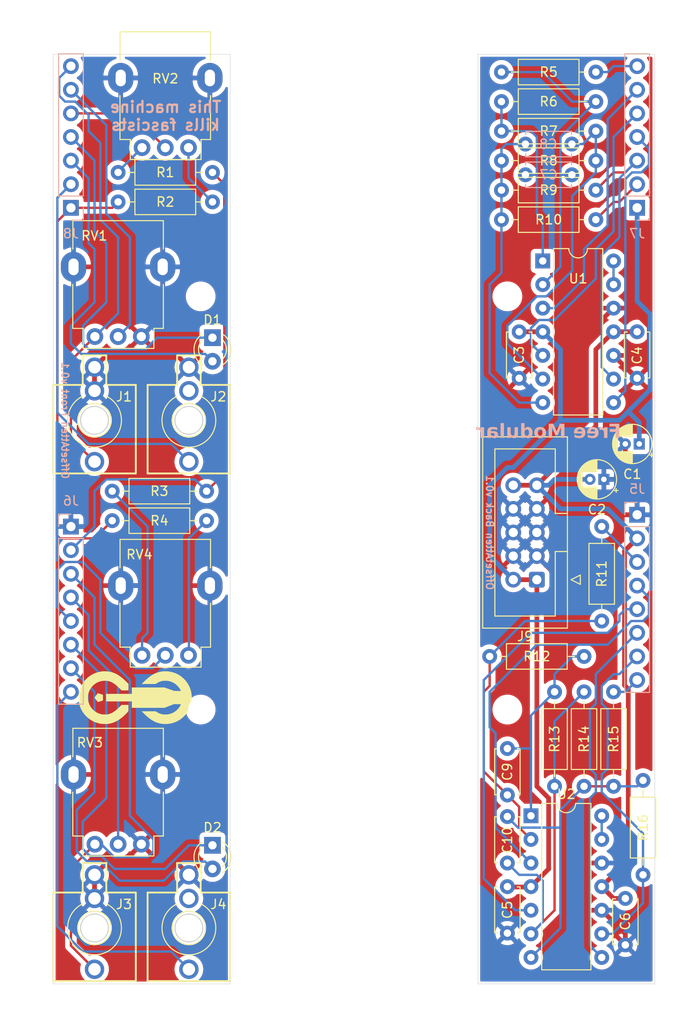
<source format=kicad_pcb>
(kicad_pcb (version 20240108) (generator "pcbnew") (generator_version "8.0")
  (title_block (title "OffsetAtten") (date "2024-04-17") (rev "v0.1") (company "Free Modular"))
  (layers (0 "F.Cu" signal) (31 "B.Cu" signal) (34 "B.Paste" user) (35 "F.Paste" user) (36 "B.SilkS" user "B.Silkscreen") (37 "F.SilkS" user "F.Silkscreen") (38 "B.Mask" user) (39 "F.Mask" user) (44 "Edge.Cuts" user))
  (net 0 "")
  (net 1 "/Main/GND")
  (net 2 "/Main/+12V")
  (net 3 "/Main/-12V")
  (net 4 "/Interface/out_a_led_2")
  (net 5 "/Interface/out_a_led_1")
  (net 6 "/Interface/out_b_led_1")
  (net 7 "/Interface/out_b_led_2")
  (net 8 "/Interface/GND")
  (net 10 "/Interface/output_a")
  (net 12 "/Interface/output_b")
  (net 13 "Net-(R1-Pad1)")
  (net 14 "Net-(R2-Pad2)")
  (net 15 "Net-(U1A--)")
  (net 16 "Net-(R3-Pad1)")
  (net 17 "/Interface/-12V")
  (net 18 "Net-(R4-Pad2)")
  (net 19 "/Interface/+12V")
  (net 20 "Net-(U2A--)")
  (net 21 "/Main/input_a")
  (net 22 "Net-(C7-Pad2)")
  (net 23 "Net-(U1B--)")
  (net 24 "Net-(U2B--)")
  (net 25 "/Main/offset_a")
  (net 26 "Net-(C10-Pad2)")
  (net 27 "Net-(C8-Pad2)")
  (net 28 "/Main/offset_b")
  (net 29 "/Main/output_a")
  (net 30 "/Main/output_b")
  (net 31 "Net-(C9-Pad2)")
  (net 32 "/Main/atten_input_a")
  (net 33 "Net-(U1D--)")
  (net 34 "Net-(U2D--)")
  (net 35 "/Main/out_a_led_2")
  (net 36 "/Main/out_b_led_2")
  (net 37 "/Interface/offset_a")
  (net 38 "/Interface/offset_b")
  (net 39 "/Main/out_a_led_1")
  (net 40 "/Main/out_b_led_1")
  (net 41 "/Main/atten_input_b")
  (net 42 "/Interface/input_a")
  (net 43 "/Interface/input_b")
  (net 44 "/Interface/atten_input_a")
  (net 45 "/Main/input_b")
  (net 46 "/Interface/atten_input_b")
  (footprint "Resistor_THT:R_Axial_DIN0207_L6.3mm_D2.5mm_P10.16mm_Horizontal" (layer "F.Cu") (at 111.125 128.27 180)
    (property "Reference" "R12")
    (property "Value" "10k")
  )
  (footprint "Resistor_THT:R_Axial_DIN0207_L6.3mm_D2.5mm_P10.16mm_Horizontal" (layer "F.Cu") (at 112.395 71.755 180)
    (property "Reference" "R7")
    (property "Value" "10k")
  )
  (footprint "Resistor_THT:R_Axial_DIN0207_L6.3mm_D2.5mm_P10.16mm_Horizontal" (layer "F.Cu") (at 102.235 74.93)
    (property "Reference" "R8")
    (property "Value" "10k")
  )
  (footprint "MountingHole:MountingHole_2.7mm_M2.5" (layer "F.Cu") (at 69.85 133.985)
    (property "Reference" "H2" (hide yes))
    (property "Value" "MountingHole")
  )
  (footprint "MountingHole:MountingHole_2.7mm_M2.5" (layer "F.Cu") (at 102.87 89.535)
    (property "Reference" "H3" (hide yes))
    (property "Value" "MountingHole")
  )
  (footprint "FreeModular:THONKICONN_perf" (layer "F.Cu") (at 68.58 157.48 180)
    (property "Reference" "J4")
    (property "Value" "THONKICONN")
    (fp_circle (center 0 0) (end -1.5 0) (stroke (width 0.12)) (fill none) (layer "Edge.Cuts"))
  )
  (footprint "LED_THT:LED_D3.0mm_Clear" (layer "F.Cu") (at 71.12 93.98 -90)
    (property "Reference" "D1")
    (property "Value" "3mm")
  )
  (footprint "Resistor_THT:R_Axial_DIN0207_L6.3mm_D2.5mm_P10.16mm_Horizontal" (layer "F.Cu") (at 114.3 132.08 -90)
    (property "Reference" "R15")
    (property "Value" "1k")
  )
  (footprint "Connector_IDC:IDC-Header_2x05_P2.54mm_Vertical" (layer "F.Cu") (at 106.045 120.015 180)
    (property "Reference" "J9")
    (property "Value" "Eurorack_2x5_Power")
  )
  (footprint "FreeModular:Alpha_Potentiometer_Grounded" (layer "F.Cu") (at 58.46 148.47 90)
    (property "Reference" "RV3")
    (property "Value" "B50k")
  )
  (footprint "Resistor_THT:R_Axial_DIN0207_L6.3mm_D2.5mm_P10.16mm_Horizontal" (layer "F.Cu") (at 117.475 151.765 90)
    (property "Reference" "R16")
    (property "Value" "10k")
  )
  (footprint "kikit:Board" (layer "F.Cu") (at 102.87 63.5)
    (property "Reference" "B2")
    (property "Value" "Board")
  )
  (footprint "Resistor_THT:R_Axial_DIN0207_L6.3mm_D2.5mm_P10.16mm_Horizontal" (layer "F.Cu") (at 60.96 76.2)
    (property "Reference" "R1")
    (property "Value" "33k")
  )
  (footprint "kikit:Board" (layer "F.Cu") (at 57.785 63.5)
    (property "Reference" "B1")
    (property "Value" "Board")
  )
  (footprint "Resistor_THT:R_Axial_DIN0207_L6.3mm_D2.5mm_P10.16mm_Horizontal" (layer "F.Cu") (at 113.03 124.46 90)
    (property "Reference" "R11")
    (property "Value" "10k")
  )
  (footprint "Resistor_THT:R_Axial_DIN0207_L6.3mm_D2.5mm_P10.16mm_Horizontal" (layer "F.Cu") (at 102.235 68.58)
    (property "Reference" "R6")
    (property "Value" "10k")
  )
  (footprint "FreeModular:logo_small" (layer "F.Cu") (at 63.251369 132.696426)
    (property "Reference" "REF**" (hide yes))
    (property "Value" "logo_small" (hide yes))
  )
  (footprint "Capacitor_THT:CP_Radial_D4.0mm_P1.50mm" (layer "F.Cu") (at 113.26 109.22 180)
    (property "Reference" "C2")
    (property "Value" "10uF")
  )
  (footprint "Package_DIP:DIP-14_W7.62mm" (layer "F.Cu") (at 105.41 145.415)
    (property "Reference" "U2")
    (property "Value" "LM324")
  )
  (footprint "FreeModular:THONKICONN_perf" (layer "F.Cu") (at 58.42 102.87 180)
    (property "Reference" "J1")
    (property "Value" "THONKICONN")
    (fp_circle (center 0 0) (end -1.5 0) (stroke (width 0.12)) (fill none) (layer "Edge.Cuts"))
  )
  (footprint "FreeModular:Alpha_Potentiometer_Grounded" (layer "F.Cu") (at 63.54 128.15 90)
    (property "Reference" "RV4")
    (property "Value" "B50k")
  )
  (footprint "LED_THT:LED_D3.0mm_Clear" (layer "F.Cu") (at 71.12 148.585 -90)
    (property "Reference" "D2")
    (property "Value" "3mm")
  )
  (footprint "Capacitor_THT:CP_Radial_D4.0mm_P1.50mm" (layer "F.Cu") (at 117.07 105.41 180)
    (property "Reference" "C1")
    (property "Value" "10uF")
  )
  (footprint "Resistor_THT:R_Axial_DIN0207_L6.3mm_D2.5mm_P10.16mm_Horizontal" (layer "F.Cu") (at 112.395 65.405 180)
    (property "Reference" "R5")
    (property "Value" "10k")
  )
  (footprint "Capacitor_THT:C_Disc_D4.7mm_W2.5mm_P5.00mm" (layer "F.Cu") (at 115.57 159.305 90)
    (property "Reference" "C6")
    (property "Value" "100nF")
  )
  (footprint "FreeModular:Alpha_Potentiometer_Grounded" (layer "F.Cu") (at 63.54 73.54 90)
    (property "Reference" "RV2")
    (property "Value" "B50k")
  )
  (footprint "Capacitor_THT:C_Disc_D4.7mm_W2.5mm_P5.00mm" (layer "F.Cu") (at 102.87 150.495 90)
    (property "Reference" "C10")
    (property "Value" "330pF")
  )
  (footprint "Capacitor_THT:C_Disc_D4.7mm_W2.5mm_P5.00mm" (layer "F.Cu") (at 116.84 98.34 90)
    (property "Reference" "C4")
    (property "Value" "100nF")
  )
  (footprint "MountingHole:MountingHole_2.7mm_M2.5" (layer "F.Cu") (at 102.87 133.985)
    (property "Reference" "H4" (hide yes))
    (property "Value" "MountingHole")
  )
  (footprint "Resistor_THT:R_Axial_DIN0207_L6.3mm_D2.5mm_P10.16mm_Horizontal" (layer "F.Cu") (at 60.96 79.375)
    (property "Reference" "R2")
    (property "Value" "33k")
  )
  (footprint "Resistor_THT:R_Axial_DIN0207_L6.3mm_D2.5mm_P10.16mm_Horizontal" (layer "F.Cu") (at 112.395 78.105 180)
    (property "Reference" "R9")
    (property "Value" "10k")
  )
  (footprint "Package_DIP:DIP-14_W7.62mm" (layer "F.Cu") (at 106.68 85.725)
    (property "Reference" "U1")
    (property "Value" "LM324")
  )
  (footprint "FreeModular:Alpha_Potentiometer_Grounded" (layer "F.Cu") (at 58.46 93.86 90)
    (property "Reference" "RV1")
    (property "Value" "B50k")
  )
  (footprint "Resistor_THT:R_Axial_DIN0207_L6.3mm_D2.5mm_P10.16mm_Horizontal" (layer "F.Cu") (at 107.95 142.24 90)
    (property "Reference" "R13")
    (property "Value" "10k")
  )
  (footprint "Resistor_THT:R_Axial_DIN0207_L6.3mm_D2.5mm_P10.16mm_Horizontal" (layer "F.Cu") (at 60.325 110.49)
    (property "Reference" "R3")
    (property "Value" "33k")
  )
  (footprint "FreeModular:THONKICONN_perf" (layer "F.Cu") (at 68.58 102.87 180)
    (property "Reference" "J2")
    (property "Value" "THONKICONN")
    (fp_circle (center 0 0) (end -1.5 0) (stroke (width 0.12)) (fill none) (layer "Edge.Cuts"))
  )
  (footprint "Resistor_THT:R_Axial_DIN0207_L6.3mm_D2.5mm_P10.16mm_Horizontal" (layer "F.Cu") (at 60.325 113.665)
    (property "Reference" "R4")
    (property "Value" "33k")
  )
  (footprint "Capacitor_THT:C_Disc_D4.7mm_W2.5mm_P5.00mm" (layer "F.Cu") (at 102.87 143.176 90)
    (property "Reference" "C9")
    (property "Value" "330pF")
  )
  (footprint "FreeModular:THONKICONN_perf" (layer "F.Cu") (at 58.42 157.48 180)
    (property "Reference" "J3")
    (property "Value" "THONKICONN")
    (fp_circle (center 0 0) (end -1.5 0) (stroke (width 0.12)) (fill none) (layer "Edge.Cuts"))
  )
  (footprint "Capacitor_THT:C_Disc_D4.7mm_W2.5mm_P5.00mm" (layer "F.Cu") (at 102.87 153.035 -90)
    (property "Reference" "C5")
    (property "Value" "100nF")
  )
  (footprint "Resistor_THT:R_Axial_DIN0207_L6.3mm_D2.5mm_P10.16mm_Horizontal" (layer "F.Cu") (at 111.125 142.24 90)
    (property "Reference" "R14")
    (property "Value" "10k")
  )
  (footprint "MountingHole:MountingHole_2.7mm_M2.5" (layer "F.Cu") (at 69.85 89.535)
    (property "Reference" "H1" (hide yes))
    (property "Value" "MountingHole")
  )
  (footprint "Resistor_THT:R_Axial_DIN0207_L6.3mm_D2.5mm_P10.16mm_Horizontal" (layer "F.Cu") (at 112.395 81.28 180)
    (property "Reference" "R10")
    (property "Value" "1k")
  )
  (footprint "Capacitor_THT:C_Disc_D4.7mm_W2.5mm_P5.00mm" (layer "F.Cu") (at 104.14 93.345 -90)
    (property "Reference" "C3")
    (property "Value" "100nF")
  )
  (footprint "Connector_PinSocket_2.54mm:PinSocket_1x07_P2.54mm_Vertical" (layer "B.Cu") (at 55.88 80.01)
    (property "Reference" "J8")
    (property "Value" "Conn_01x07_Socket")
  )
  (footprint "Connector_PinSocket_2.54mm:PinSocket_1x08_P2.54mm_Vertical" (layer "B.Cu") (at 116.84 113.03 180)
    (property "Reference" "J5")
    (property "Value" "Conn_01x08_Pin")
  )
  (footprint "Capacitor_THT:C_Disc_D4.7mm_W2.5mm_P5.00mm" (layer "B.Cu") (at 109.815 73.152 180)
    (property "Reference" "C8")
    (property "Value" "330pF")
  )
  (footprint "Capacitor_THT:C_Disc_D4.7mm_W2.5mm_P5.00mm" (layer "B.Cu") (at 109.815 76.454 180)
    (property "Reference" "C7")
    (property "Value" "100pF")
  )
  (footprint "Connector_PinSocket_2.54mm:PinSocket_1x07_P2.54mm_Vertical" (layer "B.Cu") (at 116.84 80.01)
    (property "Reference" "J7")
    (property "Value" "Conn_01x07_Pin")
  )
  (footprint "Connector_PinSocket_2.54mm:PinSocket_1x08_P2.54mm_Vertical" (layer "B.Cu") (at 55.88 114.3 180)
    (property "Reference" "J6")
    (property "Value" "Conn_01x08_Socket")
  )
  (gr_line (start 99.695 63.5) (end 99.695 163.5) (stroke (width 0.05)) (layer "Edge.Cuts"))
  (gr_line (start 99.695 163.5) (end 118.745 163.5) (stroke (width 0.05)) (layer "Edge.Cuts"))
  (gr_line (start 53.975 63.5) (end 53.975 163.5) (stroke (width 0.05)) (layer "Edge.Cuts"))
  (gr_line (start 99.695 63.5) (end 109.22 63.5) (stroke (width 0.05)) (layer "Edge.Cuts"))
  (gr_line (start 118.745 63.5) (end 109.22 63.5) (stroke (width 0.05)) (layer "Edge.Cuts"))
  (gr_line (start 53.975 63.5) (end 63.5 63.5) (stroke (width 0.05)) (layer "Edge.Cuts"))
  (gr_line (start 73.025 63.5) (end 63.5 63.5) (stroke (width 0.05)) (layer "Edge.Cuts"))
  (gr_line (start 73.025 63.5) (end 73.025 163.5) (stroke (width 0.05)) (layer "Edge.Cuts"))
  (gr_line (start 118.745 63.5) (end 118.745 163.5) (stroke (width 0.05)) (layer "Edge.Cuts"))
  (gr_line (start 53.975 163.5) (end 73.025 163.5) (stroke (width 0.05)) (layer "Edge.Cuts"))
  (gr_text "Free Modular" (at 107.315 104.14 -0) (layer "B.SilkS") (effects (font (size 1.5 1.5) (thickness 0.3) (bold yes)) (justify mirror)))
  (gr_text "This machine\nkills fascists" (at 66.064228 70.127918 0) (layer "B.SilkS") (effects (font (size 1.2 1.2) (thickness 0.24) (bold yes)) (justify mirror)))
  (gr_text "OffsetAtten Back v0.1" (at 100.965 114.935 -90) (layer "B.SilkS") (effects (font (size 0.75 0.75) (thickness 0.15) (bold yes)) (justify mirror)))
  (gr_text "OffsetAtten Front v0.1" (at 55.245 102.87 270) (layer "B.SilkS") (effects (font (size 0.75 0.75) (thickness 0.15) (bold yes)) (justify mirror)))
  (segment (start 113.665 112.395) (end 112.395 112.395) (width 0.508) (layer "F.Cu") (net 1))
  (segment (start 105.41 104.775) (end 105.7275 104.4575) (width 0.508) (layer "F.Cu") (net 1))
  (segment (start 116.84 98.34) (end 116.76 98.34) (width 0.508) (layer "F.Cu") (net 1))
  (segment (start 118.148 97.032) (end 116.84 98.34) (width 0.508) (layer "F.Cu") (net 1))
  (segment (start 113.26 109.22) (end 115.57 109.22) (width 0.508) (layer "F.Cu") (net 1))
  (segment (start 116.76 98.34) (end 114.3 95.88) (width 0.508) (layer "F.Cu") (net 1))
  (segment (start 102.87 99.615) (end 102.87 102.235) (width 0.508) (layer "F.Cu") (net 1))
  (segment (start 115.57 159.305) (end 115.57 158.115) (width 0.508) (layer "F.Cu") (net 1))
  (segment (start 109.22 150.495) (end 109.22 148.666) (width 0.508) (layer "F.Cu") (net 1))
  (segment (start 103.505 112.395) (end 101.6 110.49) (width 0.508) (layer "F.Cu") (net 1))
  (segment (start 107.315 113.665) (end 106.045 112.395) (width 0.508) (layer "F.Cu") (net 1))
  (segment (start 115.57 158.115) (end 113.03 155.575) (width 0.508) (layer "F.Cu") (net 1))
  (segment (start 115.57 105.41) (end 115.57 109.22) (width 0.508) (layer "F.Cu") (net 1))
  (segment (start 109.22 155.575) (end 109.22 154.305) (width 0.508) (layer "F.Cu") (net 1))
  (segment (start 114.3 90.8) (end 116.149792 90.8) (width 0.508) (layer "F.Cu") (net 1))
  (segment (start 106.045 117.475) (end 103.505 114.935) (width 0.508) (layer "F.Cu") (net 1))
  (segment (start 104.14 98.345) (end 102.87 99.615) (width 0.508) (layer "F.Cu") (net 1))
  (segment (start 109.533874 148.352126) (end 109.533874 120.963874) (width 0.508) (layer "F.Cu") (net 1))
  (segment (start 109.22 160.655) (end 109.22 155.575) (width 0.508) (layer "F.Cu") (net 1))
  (segment (start 102.87 162.56) (end 107.315 162.56) (width 0.508) (layer "F.Cu") (net 1))
  (segment (start 109.533874 120.963874) (end 106.045 117.475) (width 0.508) (layer "F.Cu") (net 1))
  (segment (start 113.03 155.575) (end 109.855 155.575) (width 0.508) (layer "F.Cu") (net 1))
  (segment (start 116.84 110.49) (end 116.84 113.03) (width 0.508) (layer "F.Cu") (net 1))
  (segment (start 102.87 158.035) (end 101.6 159.305) (width 0.508) (layer "F.Cu") (net 1))
  (segment (start 109.855 100.33) (end 109.855 95.25) (width 0.508) (layer "F.Cu") (net 1))
  (segment (start 109.22 154.305) (end 109.22 150.495) (width 0.508) (layer "F.Cu") (net 1))
  (segment (start 111.125 113.665) (end 107.315 113.665) (width 0.508) (layer "F.Cu") (net 1))
  (segment (start 102.87 102.235) (end 105.41 104.775) (width 0.508) (layer "F.Cu") (net 1))
  (segment (start 110.49 150.495) (end 109.22 150.495) (width 0.508) (layer "F.Cu") (net 1))
  (segment (start 114.3 113.03) (end 113.665 112.395) (width 0.508) (layer "F.Cu") (net 1))
  (segment (start 103.505 117.475) (end 106.045 114.935) (width 0.508) (layer "F.Cu") (net 1))
  (segment (start 105.7275 104.4575) (end 109.855 100.33) (width 0.508) (layer "F.Cu") (net 1))
  (segment (start 109.22 148.666) (end 109.533874 148.352126) (width 0.508) (layer "F.Cu") (net 1))
  (segment (start 106.045 114.935) (end 103.505 112.395) (width 0.508) (layer "F.Cu") (net 1))
  (segment (start 101.6 159.305) (end 101.6 161.29) (width 0.508) (layer "F.Cu") (net 1))
  (segment (start 109.855 95.25) (end 114.3 90.805) (width 0.508) (layer "F.Cu") (net 1))
  (segment (start 112.395 112.395) (end 111.125 113.665) (width 0.508) (layer "F.Cu") (net 1))
  (segment (start 101.6 161.29) (end 102.87 162.56) (width 0.508) (layer "F.Cu") (net 1))
  (segment (start 118.148 92.798208) (end 118.148 97.032) (width 0.508) (layer "F.Cu") (net 1))
  (segment (start 103.505 114.935) (end 106.045 112.395) (width 0.508) (layer "F.Cu") (net 1))
  (segment (start 101.6 108.585) (end 105.41 104.775) (width 0.508) (layer "F.Cu") (net 1))
  (segment (start 115.57 109.22) (end 116.84 110.49) (width 0.508) (layer "F.Cu") (net 1))
  (segment (start 116.149792 90.8) (end 118.148 92.798208) (width 0.508) (layer "F.Cu") (net 1))
  (segment (start 107.315 162.56) (end 109.22 160.655) (width 0.508) (layer "F.Cu") (net 1))
  (segment (start 113.03 150.495) (end 110.49 150.495) (width 0.508) (layer "F.Cu") (net 1))
  (segment (start 101.6 110.49) (end 101.6 108.585) (width 0.508) (layer "F.Cu") (net 1))
  (segment (start 116.84 113.03) (end 114.3 113.03) (width 0.508) (layer "F.Cu") (net 1))
  (segment (start 109.855 155.575) (end 109.22 155.575) (width 0.508) (layer "F.Cu") (net 1))
  (segment (start 105.37 153.075) (end 102.87 153.075) (width 0.508) (layer "F.Cu") (net 2))
  (segment (start 106.045 120.015) (end 106.045 142.24) (width 0.508) (layer "F.Cu") (net 2))
  (segment (start 106.045 142.24) (end 107.315 143.51) (width 0.508) (layer "F.Cu") (net 2))
  (segment (start 106.68 93.34) (end 104.14 93.34) (width 0.508) (layer "F.Cu") (net 2))
  (segment (start 107.315 151.13) (end 105.41 153.035) (width 0.508) (layer "F.Cu") (net 2))
  (segment (start 107.315 143.51) (end 107.315 151.13) (width 0.508) (layer "F.Cu") (net 2))
  (segment (start 103.505 120.015) (end 106.045 120.015) (width 0.508) (layer "F.Cu") (net 2))
  (segment (start 108.585 102.87) (end 114.935 102.87) (width 0.508) (layer "B.Cu") (net 2))
  (segment (start 108.585 102.87) (end 103.505 107.95) (width 0.508) (layer "B.Cu") (net 2))
  (segment (start 118.237 99.568) (end 118.237 91.44) (width 0.508) (layer "B.Cu") (net 2))
  (segment (start 100.965 109.855) (end 100.965 117.475) (width 0.508) (layer "B.Cu") (net 2))
  (segment (start 117.07 105.41) (end 117.07 103.1) (width 0.508) (layer "B.Cu") (net 2))
  (segment (start 108.585 95.25) (end 108.585 102.87) (width 0.508) (layer "B.Cu") (net 2))
  (segment (start 117.07 103.1) (end 115.8875 101.9175) (width 0.508) (layer "B.Cu") (net 2))
  (segment (start 116.84 80.01) (end 116.84 90.043) (width 0.508) (layer "B.Cu") (net 2))
  (segment (start 114.935 102.87) (end 115.8875 101.9175) (width 0.508) (layer "B.Cu") (net 2))
  (segment (start 103.505 107.95) (end 102.87 107.95) (width 0.508) (layer "B.Cu") (net 2))
  (segment (start 100.965 117.475) (end 103.505 120.015) (width 0.508) (layer "B.Cu") (net 2))
  (segment (start 116.84 90.043) (end 118.237 91.44) (width 0.508) (layer "B.Cu") (net 2))
  (segment (start 106.68 93.345) (end 108.585 95.25) (width 0.508) (layer "B.Cu") (net 2))
  (segment (start 115.8875 101.9175) (end 118.237 99.568) (width 0.508) (layer "B.Cu") (net 2))
  (segment (start 102.87 107.95) (end 100.965 109.855) (width 0.508) (layer "B.Cu") (net 2))
  (segment (start 112.395 95.245) (end 112.395 103.505) (width 0.508) (layer "F.Cu") (net 3))
  (segment (start 114.3 154.305) (end 113.03 153.035) (width 0.508) (layer "F.Cu") (net 3))
  (segment (start 115.57 154.305) (end 114.3 154.305) (width 0.508) (layer "F.Cu") (net 3))
  (segment (start 115.8875 131.778003) (end 115.482 131.372503) (width 0.508) (layer "F.Cu") (net 3))
  (segment (start 109.22 106.68) (end 106.045 109.855) (width 0.508) (layer "F.Cu") (net 3))
  (segment (start 113.03 153.035) (end 115.8875 150.1775) (width 0.508) (layer "F.Cu") (net 3))
  (segment (start 115.482 116.928) (end 116.84 115.57) (width 0.508) (layer "F.Cu") (net 3))
  (segment (start 115.8875 150.1775) (end 115.8875 131.778003) (width 0.508) (layer "F.Cu") (net 3))
  (segment (start 103.505 109.855) (end 106.045 109.855) (width 0.508) (layer "F.Cu") (net 3))
  (segment (start 109.22 106.68) (end 112.395 103.505) (width 0.508) (layer "F.Cu") (net 3))
  (segment (start 114.3 93.34) (end 112.395 95.245) (width 0.508) (layer "F.Cu") (net 3))
  (segment (start 115.482 131.372503) (end 115.482 116.928) (width 0.508) (layer "F.Cu") (net 3))
  (segment (start 116.84 93.34) (end 114.3 93.34) (width 0.508) (layer "F.Cu") (net 3))
  (segment (start 106.045 109.855) (end 107.315 109.855) (width 0.508) (layer "B.Cu") (net 3))
  (segment (start 113.665 112.395) (end 108.585 112.395) (width 0.508) (layer "B.Cu") (net 3))
  (segment (start 108.585 112.395) (end 106.045 109.855) (width 0.508) (layer "B.Cu") (net 3))
  (segment (start 116.84 115.57) (end 113.665 112.395) (width 0.508) (layer "B.Cu") (net 3))
  (segment (start 111.76 109.22) (end 107.95 109.22) (width 0.508) (layer "B.Cu") (net 3))
  (segment (start 107.315 109.855) (end 107.95 109.22) (width 0.508) (layer "B.Cu") (net 3))
  (segment (start 59.69 90.17) (end 57.179 92.681) (width 0.254) (layer "B.Cu") (net 4))
  (segment (start 59.69 83.82) (end 59.69 90.17) (width 0.254) (layer "B.Cu") (net 4))
  (segment (start 57.179 92.681) (end 57.179 94.614) (width 0.254) (layer "B.Cu") (net 4))
  (segment (start 57.179 94.614) (end 57.785 95.22) (width 0.254) (layer "B.Cu") (net 4))
  (segment (start 55.88 72.39) (end 58.42 74.93) (width 0.254) (layer "B.Cu") (net 4))
  (segment (start 58.42 74.93) (end 58.42 82.55) (width 0.254) (layer "B.Cu") (net 4))
  (segment (start 65.151608 93.98) (end 71.12 93.98) (width 0.254) (layer "B.Cu") (net 4))
  (segment (start 58.42 82.55) (end 59.69 83.82) (width 0.254) (layer "B.Cu") (net 4))
  (segment (start 63.911608 95.22) (end 65.151608 93.98) (width 0.254) (layer "B.Cu") (net 4))
  (segment (start 57.785 95.22) (end 63.911608 95.22) (width 0.254) (layer "B.Cu") (net 4))
  (segment (start 71.12 96.52) (end 70.328 95.728) (width 0.254) (layer "B.Cu") (net 5))
  (segment (start 55.88 92.71) (end 58.42 90.17) (width 0.254) (layer "B.Cu") (net 5))
  (segment (start 58.42 90.17) (end 58.42 84.455) (width 0.254) (layer "B.Cu") (net 5))
  (segment (start 70.328 95.728) (end 56.993 95.728) (width 0.254) (layer "B.Cu") (net 5))
  (segment (start 57.785 83.82) (end 57.785 76.835) (width 0.254) (layer "B.Cu") (net 5))
  (segment (start 55.88 94.615) (end 55.88 92.71) (width 0.254) (layer "B.Cu") (net 5))
  (segment (start 56.993 95.728) (end 55.88 94.615) (width 0.254) (layer "B.Cu") (net 5))
  (segment (start 57.785 76.835) (end 55.88 74.93) (width 0.254) (layer "B.Cu") (net 5))
  (segment (start 58.42 84.455) (end 57.785 83.82) (width 0.254) (layer "B.Cu") (net 5))
  (segment (start 61.117 152.4) (end 59.055 150.338) (width 0.254) (layer "B.Cu") (net 6))
  (segment (start 58.42 132.08) (end 55.88 129.54) (width 0.254) (layer "B.Cu") (net 6))
  (segment (start 57.628 150.338) (end 56.515 149.225) (width 0.254) (layer "B.Cu") (net 6))
  (segment (start 56.515 144.78) (end 58.42 142.875) (width 0.254) (layer "B.Cu") (net 6))
  (segment (start 58.42 142.875) (end 58.42 132.08) (width 0.254) (layer "B.Cu") (net 6))
  (segment (start 59.055 150.338) (end 57.628 150.338) (width 0.254) (layer "B.Cu") (net 6))
  (segment (start 71.12 151.125) (end 70.333 150.338) (width 0.254) (layer "B.Cu") (net 6))
  (segment (start 70.333 150.338) (end 67.945 150.338) (width 0.254) (layer "B.Cu") (net 6))
  (segment (start 67.945 150.338) (end 65.883 152.4) (width 0.254) (layer "B.Cu") (net 6))
  (segment (start 56.515 149.225) (end 56.515 144.78) (width 0.254) (layer "B.Cu") (net 6))
  (segment (start 65.883 152.4) (end 61.117 152.4) (width 0.254) (layer "B.Cu") (net 6))
  (segment (start 57.15 146.05) (end 59.69 143.51) (width 0.254) (layer "B.Cu") (net 7))
  (segment (start 57.929392 149.751) (end 57.15 148.971608) (width 0.254) (layer "B.Cu") (net 7))
  (segment (start 71.12 148.585) (end 68.58 148.585) (width 0.254) (layer "B.Cu") (net 7))
  (segment (start 59.18642 149.751) (end 57.929392 149.751) (width 0.254) (layer "B.Cu") (net 7))
  (segment (start 66.035 151.13) (end 60.56542 151.13) (width 0.254) (layer "B.Cu") (net 7))
  (segment (start 59.69 130.81) (end 55.88 127) (width 0.254) (layer "B.Cu") (net 7))
  (segment (start 68.58 148.585) (end 66.035 151.13) (width 0.254) (layer "B.Cu") (net 7))
  (segment (start 57.15 148.971608) (end 57.15 146.05) (width 0.254) (layer "B.Cu") (net 7))
  (segment (start 60.56542 151.13) (end 59.18642 149.751) (width 0.254) (layer "B.Cu") (net 7))
  (segment (start 59.69 143.51) (end 59.69 130.81) (width 0.254) (layer "B.Cu") (net 7))
  (segment (start 63.5 125.095) (end 63.5 120.65) (width 0.508) (layer "F.Cu") (net 8))
  (segment (start 60.96 140.335) (end 60.96 127.635) (width 0.508) (layer "F.Cu") (net 8))
  (segment (start 66.9925 146.3675) (end 60.96 140.335) (width 0.508) (layer "F.Cu") (net 8))
  (segment (start 61.435 150.495) (end 63.46 148.47) (width 0.508) (layer "F.Cu") (net 8))
  (segment (start 65.76 94.335) (end 65.76 93.98) (width 0.508) (layer "F.Cu") (net 8))
  (segment (start 66.9925 150.1775) (end 66.9925 146.3675) (width 0.508) (layer "F.Cu") (net 8))
  (segment (start 58.42 151.765) (end 58.42 154.305) (width 0.508) (layer "F.Cu") (net 8))
  (segment (start 65.76 86.36) (end 65.76 92.71) (width 0.508) (layer "F.Cu") (net 8))
  (segment (start 64.135 95.885) (end 65.685 94.335) (width 0.508) (layer "F.Cu") (net 8))
  (segment (start 63.5 95.885) (end 64.135 95.885) (width 0.508) (layer "F.Cu") (net 8))
  (segment (start 68.58 97.155) (end 65.76 94.335) (width 0.508) (layer "F.Cu") (net 8))
  (segment (start 63.5 97.155) (end 63.5 95.885) (width 0.508) (layer "F.Cu") (net 8))
  (segment (start 63.46 93.86) (end 64.61 92.71) (width 0.508) (layer "F.Cu") (net 8))
  (segment (start 63.5 108.585) (end 59.69 108.585) (width 0.508) (layer "F.Cu") (net 8))
  (segment (start 66.04 86.36) (end 66.675 85.725) (width 0.508) (layer "F.Cu") (net 8))
  (segment (start 55.88 112.395) (end 55.88 114.3) (width 0.508) (layer "F.Cu") (net 8))
  (segment (start 70.84 74.295) (end 65.76 79.375) (width 0.508) (layer "F.Cu") (net 8))
  (segment (start 65.76 86.36) (end 66.04 86.36) (width 0.508) (layer "F.Cu") (net 8))
  (segment (start 61.24 120.65) (end 63.5 120.65) (width 0.508) (layer "F.Cu") (net 8))
  (segment (start 59.69 150.495) (end 61.435 150.495) (width 0.508) (layer "F.Cu") (net 8))
  (segment (start 65.685 94.335) (end 65.76 94.335) (width 0.508) (layer "F.Cu") (net 8))
  (segment (start 65.76 92.71) (end 65.76 93.98) (width 0.508) (layer "F.Cu") (net 8))
  (segment (start 58.42 99.695) (end 58.42 97.155) (width 0.508) (layer "F.Cu") (net 8))
  (segment (start 70.84 66.04) (end 70.84 74.295) (width 0.508) (layer "F.Cu") (net 8))
  (segment (start 58.42 97.155) (end 59.69 95.885) (width 0.508) (layer "F.Cu") (net 8))
  (segment (start 63.5 108.585) (end 63.5 97.155) (width 0.508) (layer "F.Cu") (net 8))
  (segment (start 68.58 151.765) (end 66.9925 150.1775) (width 0.508) (layer "F.Cu") (net 8))
  (segment (start 63.5 120.65) (end 63.5 108.585) (width 0.508) (layer "F.Cu") (net 8))
  (segment (start 58.42 151.765) (end 59.69 150.495) (width 0.508) (layer "F.Cu") (net 8))
  (segment (start 64.61 92.71) (end 65.76 92.71) (width 0.508) (layer "F.Cu") (net 8))
  (segment (start 65.76 79.375) (end 65.76 86.36) (width 0.508) (layer "F.Cu") (net 8))
  (segment (start 59.69 95.885) (end 63.5 95.885) (width 0.508) (layer "F.Cu") (net 8))
  (segment (start 60.96 127.635) (end 63.5 125.095) (width 0.508) (layer "F.Cu") (net 8))
  (segment (start 59.69 108.585) (end 55.88 112.395) (width 0.508) (layer "F.Cu") (net 8))
  (segment (start 66.675 105.41) (end 68.58 107.315) (width 0.254) (layer "B.Cu") (net 10))
  (segment (start 54.419 78.931) (end 54.419 102.044) (width 0.254) (layer "B.Cu") (net 10))
  (segment (start 54.419 102.044) (end 57.785 105.41) (width 0.254) (layer "B.Cu") (net 10))
  (segment (start 57.785 105.41) (end 66.675 105.41) (width 0.254) (layer "B.Cu") (net 10))
  (segment (start 55.88 77.47) (end 54.419 78.931) (width 0.254) (layer "B.Cu") (net 10))
  (segment (start 54.419 133.541) (end 55.88 132.08) (width 0.254) (layer "B.Cu") (net 12))
  (segment (start 54.419 157.289) (end 54.419 133.541) (width 0.254) (layer "B.Cu") (net 12))
  (segment (start 66.675 160.02) (end 57.15 160.02) (width 0.254) (layer "B.Cu") (net 12))
  (segment (start 68.58 161.925) (end 66.675 160.02) (width 0.254) (layer "B.Cu") (net 12))
  (segment (start 57.15 160.02) (end 54.419 157.289) (width 0.254) (layer "B.Cu") (net 12))
  (segment (start 60.96 76.12) (end 60.96 76.2) (width 0.254) (layer "B.Cu") (net 13))
  (segment (start 63.54 73.54) (end 60.96 76.12) (width 0.254) (layer "B.Cu") (net 13))
  (segment (start 68.54 73.54) (end 68.54 76.795) (width 0.254) (layer "B.Cu") (net 14))
  (segment (start 68.54 76.795) (end 71.12 79.375) (width 0.254) (layer "B.Cu") (net 14))
  (segment (start 109.815 76.454) (end 108.585 76.454) (width 0.254) (layer "B.Cu") (net 15))
  (segment (start 108.585 76.454) (end 108.585 72.39) (width 0.254) (layer "B.Cu") (net 15))
  (segment (start 112.395 68.58) (end 109.855 68.58) (width 0.254) (layer "B.Cu") (net 15))
  (segment (start 108.585 72.39) (end 112.395 68.58) (width 0.254) (layer "B.Cu") (net 15))
  (segment (start 106.68 88.265) (end 108.585 86.36) (width 0.254) (layer "B.Cu") (net 15))
  (segment (start 109.855 68.58) (end 106.68 65.405) (width 0.254) (layer "B.Cu") (net 15))
  (segment (start 108.585 86.36) (end 108.585 76.454) (width 0.254) (layer "B.Cu") (net 15))
  (segment (start 106.68 65.405) (end 102.235 65.405) (width 0.254) (layer "B.Cu") (net 15))
  (segment (start 64.135 114.3) (end 60.325 110.49) (width 0.254) (layer "B.Cu") (net 16))
  (segment (start 63.54 126.325) (end 64.135 125.73) (width 0.254) (layer "B.Cu") (net 16))
  (segment (start 63.54 128.15) (end 63.54 126.325) (width 0.254) (layer "B.Cu") (net 16))
  (segment (start 64.135 125.73) (end 64.135 114.3) (width 0.254) (layer "B.Cu") (net 16))
  (segment (start 72.401 98.414) (end 72.401 92.721) (width 0.254) (layer "F.Cu") (net 17))
  (segment (start 72.39 77.47) (end 71.12 76.2) (width 0.254) (layer "F.Cu") (net 17))
  (segment (start 72.39 108.585) (end 72.39 98.425) (width 0.254) (layer "F.Cu") (net 17))
  (segment (start 72.39 92.71) (end 72.39 77.47) (width 0.254) (layer "F.Cu") (net 17))
  (segment (start 72.401 92.721) (end 72.39 92.71) (width 0.254) (layer "F.Cu") (net 17))
  (segment (start 70.485 110.49) (end 72.39 108.585) (width 0.254) (layer "F.Cu") (net 17))
  (segment (start 72.39 98.425) (end 72.401 98.414) (width 0.254) (layer "F.Cu") (net 17))
  (segment (start 69.215 109.22) (end 70.485 110.49) (width 0.254) (layer "B.Cu") (net 17))
  (segment (start 58.42 110.49) (end 59.69 109.22) (width 0.254) (layer "B.Cu") (net 17))
  (segment (start 59.69 109.22) (end 69.215 109.22) (width 0.254) (layer "B.Cu") (net 17))
  (segment (start 58.42 114.3) (end 58.42 110.49) (width 0.254) (layer "B.Cu") (net 17))
  (segment (start 55.88 116.84) (end 58.42 114.3) (width 0.254) (layer "B.Cu") (net 17))
  (segment (start 70.485 113.665) (end 68.58 115.57) (width 0.254) (layer "B.Cu") (net 18))
  (segment (start 68.58 115.57) (end 68.58 128.11) (width 0.254) (layer "B.Cu") (net 18))
  (segment (start 68.58 128.11) (end 68.54 128.15) (width 0.254) (layer "B.Cu") (net 18))
  (segment (start 54.419 112.586) (end 54.356 112.649) (width 0.254) (layer "F.Cu") (net 19))
  (segment (start 60.325 80.01) (end 60.96 79.375) (width 0.254) (layer "F.Cu") (net 19))
  (segment (start 54.356 115.238) (end 54.688 115.57) (width 0.254) (layer "F.Cu") (net 19))
  (segment (start 55.88 80.01) (end 60.325 80.01) (width 0.254) (layer "F.Cu") (net 19))
  (segment (start 54.356 112.649) (end 54.356 115.238) (width 0.254) (layer "F.Cu") (net 19))
  (segment (start 55.88 80.01) (end 54.419 81.471) (width 0.254) (layer "F.Cu") (net 19))
  (segment (start 54.419 81.471) (end 54.419 112.586) (width 0.254) (layer "F.Cu") (net 19))
  (segment (start 54.688 115.57) (end 58.42 115.57) (width 0.254) (layer "F.Cu") (net 19))
  (segment (start 58.42 115.57) (end 60.325 113.665) (width 0.254) (layer "F.Cu") (net 19))
  (segment (start 100.965 128.27) (end 100.965 131.445) (width 0.254) (layer "F.Cu") (net 20))
  (segment (start 100.33 140.636) (end 102.87 143.176) (width 0.254) (layer "F.Cu") (net 20))
  (segment (start 100.965 131.445) (end 100.33 132.08) (width 0.254) (layer "F.Cu") (net 20))
  (segment (start 104.14 146.685) (end 104.14 144.446) (width 0.254) (layer "F.Cu") (net 20))
  (segment (start 105.41 147.955) (end 104.14 146.685) (width 0.254) (layer "F.Cu") (net 20))
  (segment (start 104.14 144.446) (end 102.87 143.176) (width 0.254) (layer "F.Cu") (net 20))
  (segment (start 100.33 132.08) (end 100.33 140.636) (width 0.254) (layer "F.Cu") (net 20))
  (segment (start 104.775 124.46) (end 100.965 128.27) (width 0.254) (layer "B.Cu") (net 20))
  (segment (start 113.03 124.46) (end 104.775 124.46) (width 0.254) (layer "B.Cu") (net 20))
  (segment (start 114.3 64.77) (end 113.665 65.405) (width 0.254) (layer "B.Cu") (net 21))
  (segment (start 113.665 65.405) (end 112.395 65.405) (width 0.254) (layer "B.Cu") (net 21))
  (segment (start 116.84 64.77) (end 114.3 64.77) (width 0.254) (layer "B.Cu") (net 21))
  (segment (start 105.41 71.755) (end 106.045 72.39) (width 0.254) (layer "B.Cu") (net 22))
  (segment (start 106.045 76.2) (end 106.045 80.645) (width 0.254) (layer "B.Cu") (net 22))
  (segment (start 106.68 81.28) (end 106.68 85.725) (width 0.254) (layer "B.Cu") (net 22))
  (segment (start 102.235 71.755) (end 102.235 68.58) (width 0.254) (layer "B.Cu") (net 22))
  (segment (start 102.235 71.755) (end 105.41 71.755) (width 0.254) (layer "B.Cu") (net 22))
  (segment (start 106.045 80.645) (end 106.68 81.28) (width 0.254) (layer "B.Cu") (net 22))
  (segment (start 106.045 72.39) (end 106.045 76.2) (width 0.254) (layer "B.Cu") (net 22))
  (segment (start 106.045 76.2) (end 106.045 76.454) (width 0.254) (layer "B.Cu") (net 22))
  (segment (start 106.045 76.454) (end 104.815 76.454) (width 0.254) (layer "B.Cu") (net 22))
  (segment (start 107.080187 89.535) (end 106.045 89.535) (width 0.254) (layer "B.Cu") (net 23))
  (segment (start 110.998 73.152) (end 112.395 71.755) (width 0.254) (layer "B.Cu") (net 23))
  (segment (start 109.855 78.74) (end 109.855 86.760187) (width 0.254) (layer "B.Cu") (net 23))
  (segment (start 109.855 86.760187) (end 107.080187 89.535) (width 0.254) (layer "B.Cu") (net 23))
  (segment (start 109.815 73.152) (end 110.998 73.152) (width 0.254) (layer "B.Cu") (net 23))
  (segment (start 112.395 76.2) (end 109.855 78.74) (width 0.254) (layer "B.Cu") (net 23))
  (segment (start 112.395 71.755) (end 112.395 74.93) (width 0.254) (layer "B.Cu") (net 23))
  (segment (start 106.045 89.535) (end 102.87 92.71) (width 0.254) (layer "B.Cu") (net 23))
  (segment (start 112.395 74.93) (end 112.395 76.2) (width 0.254) (layer "B.Cu") (net 23))
  (segment (start 102.87 92.71) (end 102.87 94.61) (width 0.254) (layer "B.Cu") (net 23))
  (segment (start 102.87 94.61) (end 106.68 98.42) (width 0.254) (layer "B.Cu") (net 23))
  (segment (start 107.95 155.575) (end 107.95 151.765) (width 0.254) (layer "F.Cu") (net 24))
  (segment (start 107.95 151.765) (end 107.95 142.24) (width 0.254) (layer "F.Cu") (net 24))
  (segment (start 105.41 158.115) (end 107.95 155.575) (width 0.254) (layer "F.Cu") (net 24))
  (segment (start 107.95 135.255) (end 111.125 132.08) (width 0.254) (layer "B.Cu") (net 24))
  (segment (start 106.68 152.4) (end 106.68 156.845) (width 0.254) (layer "B.Cu") (net 24))
  (segment (start 107.95 142.24) (end 107.95 135.255) (width 0.254) (layer "B.Cu") (net 24))
  (segment (start 106.045 151.765) (end 106.68 152.4) (width 0.254) (layer "B.Cu") (net 24))
  (segment (start 106.68 156.845) (end 105.41 158.115) (width 0.254) (layer "B.Cu") (net 24))
  (segment (start 104.14 151.765) (end 106.045 151.765) (width 0.254) (layer "B.Cu") (net 24))
  (segment (start 102.87 150.495) (end 104.14 151.765) (width 0.254) (layer "B.Cu") (net 24))
  (segment (start 103.00042 150.542) (end 102.87 150.542) (width 0.254) (layer "B.Cu") (net 24))
  (segment (start 105.41 92.944813) (end 105.41 94.615) (width 0.254) (layer "B.Cu") (net 25))
  (segment (start 112.395 84.455) (end 112.395 87.63) (width 0.254) (layer "B.Cu") (net 25))
  (segment (start 106.279813 92.075) (end 105.41 92.944813) (width 0.254) (layer "B.Cu") (net 25))
  (segment (start 112.395 87.63) (end 107.95 92.075) (width 0.254) (layer "B.Cu") (net 25))
  (segment (start 105.41 94.615) (end 106.68 95.885) (width 0.254) (layer "B.Cu") (net 25))
  (segment (start 116.84 69.85) (end 114.3 72.39) (width 0.254) (layer "B.Cu") (net 25))
  (segment (start 107.95 92.075) (end 106.279813 92.075) (width 0.254) (layer "B.Cu") (net 25))
  (segment (start 114.3 72.39) (end 114.3 82.55) (width 0.254) (layer "B.Cu") (net 25))
  (segment (start 114.3 82.55) (end 112.395 84.455) (width 0.254) (layer "B.Cu") (net 25))
  (segment (start 111.125 142.24) (end 114.3 142.24) (width 0.254) (layer "F.Cu") (net 26))
  (segment (start 108.585 157.48) (end 105.41 160.655) (width 0.254) (layer "B.Cu") (net 26))
  (segment (start 104.013 146.685) (end 102.87 145.542) (width 0.254) (layer "B.Cu") (net 26))
  (segment (start 108.585 144.78) (end 109.22 144.145) (width 0.254) (layer "B.Cu") (net 26))
  (segment (start 108.585 157.48) (end 108.585 146.685) (width 0.254) (layer "B.Cu") (net 26))
  (segment (start 114.3 142.24) (end 116.84 142.24) (width 0.254) (layer "B.Cu") (net 26))
  (segment (start 111.125 142.24) (end 109.22 144.145) (width 0.254) (layer "B.Cu") (net 26))
  (segment (start 116.84 142.24) (end 117.475 141.605) (width 0.254) (layer "B.Cu") (net 26))
  (segment (start 108.585 146.685) (end 108.585 144.78) (width 0.254) (layer "B.Cu") (net 26))
  (segment (start 108.585 146.685) (end 104.013 146.685) (width 0.254) (layer "B.Cu") (net 26))
  (segment (start 102.235 74.93) (end 102.235 73.66) (width 0.254) (layer "B.Cu") (net 27))
  (segment (start 102.235 81.28) (end 102.235 78.105) (width 0.254) (layer "B.Cu") (net 27))
  (segment (start 102.235 73.66) (end 102.743 73.152) (width 0.254) (layer "B.Cu") (net 27))
  (segment (start 102.743 73.152) (end 104.815 73.152) (width 0.254) (layer "B.Cu") (net 27))
  (segment (start 100.965 97.79) (end 100.965 88.265) (width 0.254) (layer "B.Cu") (net 27))
  (segment (start 102.235 78.105) (end 102.235 74.93) (width 0.254) (layer "B.Cu") (net 27))
  (segment (start 102.235 81.28) (end 102.235 86.995) (width 0.254) (layer "B.Cu") (net 27))
  (segment (start 104.14 100.965) (end 100.965 97.79) (width 0.254) (layer "B.Cu") (net 27))
  (segment (start 106.68 100.965) (end 104.14 100.965) (width 0.254) (layer "B.Cu") (net 27))
  (segment (start 102.235 86.995) (end 100.965 88.265) (width 0.254) (layer "B.Cu") (net 27))
  (segment (start 100.33 130.81) (end 105.41 125.73) (width 0.254) (layer "B.Cu") (net 28))
  (segment (start 100.33 152.165187) (end 100.33 130.81) (width 0.254) (layer "B.Cu") (net 28))
  (segment (start 114.935 123.825) (end 115.57 123.19) (width 0.254) (layer "B.Cu") (net 28))
  (segment (start 105.41 155.575) (end 103.739813 155.575) (width 0.254) (layer "B.Cu") (net 28))
  (segment (start 103.739813 155.575) (end 100.33 152.165187) (width 0.254) (layer "B.Cu") (net 28))
  (segment (start 114.935 124.46) (end 114.935 123.825) (width 0.254) (layer "B.Cu") (net 28))
  (segment (start 115.57 123.19) (end 116.84 123.19) (width 0.254) (layer "B.Cu") (net 28))
  (segment (start 113.665 125.73) (end 114.935 124.46) (width 0.254) (layer "B.Cu") (net 28))
  (segment (start 105.41 125.73) (end 113.665 125.73) (width 0.254) (layer "B.Cu") (net 28))
  (segment (start 114.3 79.375) (end 112.395 81.28) (width 0.254) (layer "F.Cu") (net 29))
  (segment (start 114.935 79.375) (end 114.3 79.375) (width 0.254) (layer "F.Cu") (net 29))
  (segment (start 116.84 77.47) (end 114.935 79.375) (width 0.254) (layer "F.Cu") (net 29))
  (segment (start 114.3 132.08) (end 115.57 132.08) (width 0.254) (layer "B.Cu") (net 30))
  (segment (start 115.57 132.08) (end 116.84 130.81) (width 0.254) (layer "B.Cu") (net 30))
  (segment (start 105.41 138.182427) (end 105.41 134.62) (width 0.254) (layer "B.Cu") (net 31))
  (segment (start 105.41 145.415) (end 105.41 138.182427) (width 0.254) (layer "B.Cu") (net 31))
  (segment (start 111.125 128.27) (end 109.855 128.27) (width 0.254) (layer "B.Cu") (net 31))
  (segment (start 107.95 130.175) (end 107.95 132.08) (width 0.254) (layer "B.Cu") (net 31))
  (segment (start 105.403573 138.176) (end 105.41 138.182427) (width 0.254) (layer "B.Cu") (net 31))
  (segment (start 105.41 134.62) (end 107.95 132.08) (width 0.254) (layer "B.Cu") (net 31))
  (segment (start 109.855 128.27) (end 107.95 130.175) (width 0.254) (layer "B.Cu") (net 31))
  (segment (start 102.87 138.176) (end 105.403573 138.176) (width 0.254) (layer "B.Cu") (net 31))
  (segment (start 111.125 87.63) (end 107.95 90.805) (width 0.254) (layer "B.Cu") (net 32))
  (segment (start 107.95 90.805) (end 106.68 90.805) (width 0.254) (layer "B.Cu") (net 32))
  (segment (start 111.125 84.455) (end 111.125 87.63) (width 0.254) (layer "B.Cu") (net 32))
  (segment (start 116.84 67.31) (end 113.665 70.485) (width 0.254) (layer "B.Cu") (net 32))
  (segment (start 113.665 81.915) (end 111.125 84.455) (width 0.254) (layer "B.Cu") (net 32))
  (segment (start 113.665 70.485) (end 113.665 81.915) (width 0.254) (layer "B.Cu") (net 32))
  (segment (start 114.3 85.72) (end 114.3 88.26) (width 0.254) (layer "B.Cu") (net 33))
  (segment (start 113.03 145.415) (end 113.03 147.955) (width 0.254) (layer "B.Cu") (net 34))
  (segment (start 118.11 73.66) (end 116.84 72.39) (width 0.254) (layer "B.Cu") (net 35))
  (segment (start 117.310897 76.2) (end 118.11 75.400897) (width 0.254) (layer "B.Cu") (net 35))
  (segment (start 115.57 99.695) (end 115.57 76.91842) (width 0.254) (layer "B.Cu") (net 35))
  (segment (start 114.3 100.965) (end 115.57 99.695) (width 0.254) (layer "B.Cu") (net 35))
  (segment (start 115.57 76.91842) (end 116.28842 76.2) (width 0.254) (layer "B.Cu") (net 35))
  (segment (start 118.11 75.400897) (end 118.11 73.66) (width 0.254) (layer "B.Cu") (net 35))
  (segment (start 116.28842 76.2) (end 117.310897 76.2) (width 0.254) (layer "B.Cu") (net 35))
  (segment (start 111.76 133.985) (end 112.395 133.35) (width 0.254) (layer "B.Cu") (net 36))
  (segment (start 111.76 140.335) (end 111.76 133.985) (width 0.254) (layer "B.Cu") (net 36))
  (segment (start 111.76 143.51) (end 112.395 142.875) (width 0.254) (layer "B.Cu") (net 36))
  (segment (start 111.76 159.385) (end 111.76 143.51) (width 0.254) (layer "B.Cu") (net 36))
  (segment (start 112.395 142.875) (end 112.395 140.97) (width 0.254) (layer "B.Cu") (net 36))
  (segment (start 113.03 160.655) (end 111.76 159.385) (width 0.254) (layer "B.Cu") (net 36))
  (segment (start 112.395 140.97) (end 111.76 140.335) (width 0.254) (layer "B.Cu") (net 36))
  (segment (start 112.395 133.35) (end 112.395 130.175) (width 0.254) (layer "B.Cu") (net 36))
  (segment (start 112.395 130.175) (end 116.84 125.73) (width 0.254) (layer "B.Cu") (net 36))
  (segment (start 62.35 69.85) (end 55.88 69.85) (width 0.254) (layer "F.Cu") (net 37))
  (segment (start 66.04 73.54) (end 62.35 69.85) (width 0.254) (layer "F.Cu") (net 37))
  (segment (start 54.356 122.936) (end 55.88 124.46) (width 0.254) (layer "B.Cu") (net 38))
  (segment (start 55.245 118.11) (end 54.356 118.999) (width 0.254) (layer "B.Cu") (net 38))
  (segment (start 59.055 125.73) (end 59.055 122.555) (width 0.254) (layer "B.Cu") (net 38))
  (segment (start 59.055 122.555) (end 59.055 120.015) (width 0.254) (layer "B.Cu") (net 38))
  (segment (start 54.356 118.999) (end 54.356 122.936) (width 0.254) (layer "B.Cu") (net 38))
  (segment (start 57.15 118.11) (end 55.245 118.11) (width 0.254) (layer "B.Cu") (net 38))
  (segment (start 62.865 129.54) (end 59.055 125.73) (width 0.254) (layer "B.Cu") (net 38))
  (segment (start 64.65 129.54) (end 62.865 129.54) (width 0.254) (layer "B.Cu") (net 38))
  (segment (start 59.055 120.015) (end 57.15 118.11) (width 0.254) (layer "B.Cu") (net 38))
  (segment (start 66.04 128.15) (end 64.65 129.54) (width 0.254) (layer "B.Cu") (net 38))
  (segment (start 115.57 76.2) (end 116.84 74.93) (width 0.254) (layer "F.Cu") (net 39))
  (segment (start 114.3 76.2) (end 115.57 76.2) (width 0.254) (layer "F.Cu") (net 39))
  (segment (start 112.395 78.105) (end 114.3 76.2) (width 0.254) (layer "F.Cu") (net 39))
  (segment (start 114.3 98.425) (end 113.03 97.155) (width 0.254) (layer "B.Cu") (net 39))
  (segment (start 113.03 97.155) (end 113.03 85.09) (width 0.254) (layer "B.Cu") (net 39))
  (segment (start 114.935 83.185) (end 114.935 82.55) (width 0.254) (layer "B.Cu") (net 39))
  (segment (start 113.03 85.09) (end 114.935 83.185) (width 0.254) (layer "B.Cu") (net 39))
  (segment (start 114.935 76.835) (end 114.935 82.55) (width 0.254) (layer "B.Cu") (net 39))
  (segment (start 116.84 74.93) (end 114.935 76.835) (width 0.254) (layer "B.Cu") (net 39))
  (segment (start 113.03 142.875) (end 113.03 140.97) (width 0.254) (layer "B.Cu") (net 40))
  (segment (start 113.665 133.985) (end 113.03 133.35) (width 0.254) (layer "B.Cu") (net 40))
  (segment (start 117.475 147.32) (end 113.03 142.875) (width 0.254) (layer "B.Cu") (net 40))
  (segment (start 113.03 140.97) (end 113.665 140.335) (width 0.254) (layer "B.Cu") (net 40))
  (segment (start 117.475 154.80137) (end 117.475 151.765) (width 0.254) (layer "B.Cu") (net 40))
  (segment (start 113.03 131.445) (end 114.3 130.175) (width 0.254) (layer "B.Cu") (net 40))
  (segment (start 114.935 130.175) (end 116.84 128.27) (width 0.254) (layer "B.Cu") (net 40))
  (segment (start 113.03 158.115) (end 114.16137 158.115) (width 0.254) (layer "B.Cu") (net 40))
  (segment (start 114.3 130.175) (end 114.935 130.175) (width 0.254) (layer "B.Cu") (net 40))
  (segment (start 113.665 140.335) (end 113.665 133.985) (width 0.254) (layer "B.Cu") (net 40))
  (segment (start 113.03 133.35) (end 113.03 131.445) (width 0.254) (layer "B.Cu") (net 40))
  (segment (start 114.16137 158.115) (end 117.475 154.80137) (width 0.254) (layer "B.Cu") (net 40))
  (segment (start 117.475 151.765) (end 117.475 147.32) (width 0.254) (layer "B.Cu") (net 40))
  (segment (start 100.965 135.89) (end 101.6 136.525) (width 0.254) (layer "B.Cu") (net 41))
  (segment (start 118.11 123.825) (end 117.475 124.46) (width 0.254) (layer "B.Cu") (net 41))
  (segment (start 100.965 132.08) (end 100.965 135.89) (width 0.254) (layer "B.Cu") (net 41))
  (segment (start 117.475 124.46) (end 116.205 124.46) (width 0.254) (layer "B.Cu") (net 41))
  (segment (start 116.205 124.46) (end 113.665 127) (width 0.254) (layer "B.Cu") (net 41))
  (segment (start 118.11 121.92) (end 118.11 123.825) (width 0.254) (layer "B.Cu") (net 41))
  (segment (start 101.6 146.685) (end 105.41 150.495) (width 0.254) (layer "B.Cu") (net 41))
  (segment (start 106.045 127) (end 100.965 132.08) (width 0.254) (layer "B.Cu") (net 41))
  (segment (start 101.6 136.525) (end 101.6 146.685) (width 0.254) (layer "B.Cu") (net 41))
  (segment (start 113.665 127) (end 106.045 127) (width 0.254) (layer "B.Cu") (net 41))
  (segment (start 116.84 120.65) (end 118.11 121.92) (width 0.254) (layer "B.Cu") (net 41))
  (segment (start 58.46 93.86) (end 55.88 96.44) (width 0.254) (layer "F.Cu") (net 42))
  (segment (start 58.42 93.9) (end 58.46 93.86) (width 0.508) (layer "F.Cu") (net 42))
  (segment (start 55.88 104.775) (end 58.42 107.315) (width 0.254) (layer "F.Cu") (net 42))
  (segment (start 55.88 96.44) (end 55.88 104.775) (width 0.254) (layer "F.Cu") (net 42))
  (segment (start 59.055 73.025) (end 57.785 71.755) (width 0.254) (layer "B.Cu") (net 42))
  (segment (start 59.055 81.28) (end 59.055 73.025) (width 0.254) (layer "B.Cu") (net 42))
  (segment (start 58.46 93.86) (end 60.96 91.36) (width 0.254) (layer "B.Cu") (net 42))
  (segment (start 54.61 66.04) (end 55.88 64.77) (width 0.254) (layer "B.Cu") (net 42))
  (segment (start 57.785 70.014103) (end 56.350897 68.58) (width 0.254) (layer "B.Cu") (net 42))
  (segment (start 54.61 67.945) (end 54.61 66.04) (width 0.254) (layer "B.Cu") (net 42))
  (segment (start 56.350897 68.58) (end 55.245 68.58) (width 0.254) (layer "B.Cu") (net 42))
  (segment (start 60.96 83.185) (end 59.055 81.28) (width 0.254) (layer "B.Cu") (net 42))
  (segment (start 57.785 71.755) (end 57.785 70.014103) (width 0.254) (layer "B.Cu") (net 42))
  (segment (start 60.96 91.36) (end 60.96 83.185) (width 0.254) (layer "B.Cu") (net 42))
  (segment (start 55.245 68.58) (end 54.61 67.945) (width 0.254) (layer "B.Cu") (net 42))
  (segment (start 58.42 161.925) (end 55.88 159.385) (width 0.254) (layer "F.Cu") (net 43))
  (segment (start 55.88 159.385) (end 55.88 151.05) (width 0.254) (layer "F.Cu") (net 43))
  (segment (start 55.88 151.05) (end 58.46 148.47) (width 0.254) (layer "F.Cu") (net 43))
  (segment (start 64.135 149.86) (end 64.77 149.225) (width 0.254) (layer "B.Cu") (net 43))
  (segment (start 62.23 145.415) (end 62.23 130.81) (width 0.254) (layer "B.Cu") (net 43))
  (segment (start 59.148392 148.47) (end 60.538392 149.86) (width 0.254) (layer "B.Cu") (net 43))
  (segment (start 64.77 147.955) (end 62.23 145.415) (width 0.254) (layer "B.Cu") (net 43))
  (segment (start 60.538392 149.86) (end 64.135 149.86) (width 0.254) (layer "B.Cu") (net 43))
  (segment (start 64.77 149.225) (end 64.77 147.955) (width 0.254) (layer "B.Cu") (net 43))
  (segment (start 58.46 148.47) (end 59.148392 148.47) (width 0.254) (layer "B.Cu") (net 43))
  (segment (start 62.23 130.81) (end 58.42 127) (width 0.254) (layer "B.Cu") (net 43))
  (segment (start 58.42 127) (end 58.42 121.92) (width 0.254) (layer "B.Cu") (net 43))
  (segment (start 58.42 121.92) (end 55.88 119.38) (width 0.254) (layer "B.Cu") (net 43))
  (segment (start 59.69 71.12) (end 55.88 67.31) (width 0.254) (layer "B.Cu") (net 44))
  (segment (start 62.23 83.185) (end 59.69 80.645) (width 0.254) (layer "B.Cu") (net 44))
  (segment (start 60.96 93.86) (end 62.23 92.59) (width 0.254) (layer "B.Cu") (net 44))
  (segment (start 62.23 92.59) (end 62.23 83.185) (width 0.254) (layer "B.Cu") (net 44))
  (segment (start 59.69 80.645) (end 59.69 71.12) (width 0.254) (layer "B.Cu") (net 44))
  (segment (start 113.03 114.3) (end 116.84 118.11) (width 0.254) (layer "B.Cu") (net 45))
  (segment (start 57.785 123.825) (end 57.785 127.635) (width 0.254) (layer "B.Cu") (net 46))
  (segment (start 55.88 121.92) (end 57.785 123.825) (width 0.254) (layer "B.Cu") (net 46))
  (segment (start 60.96 130.81) (end 60.96 148.47) (width 0.254) (layer "B.Cu") (net 46))
  (segment (start 57.785 127.635) (end 60.96 130.81) (width 0.254) (layer "B.Cu") (net 46))
  (zone (net 8) (net_name "/Interface/GND") (layers "F&B.Cu") (connect_pads (clearance 0.5)) (min_thickness 0.25) (fill yes (thermal_gap 0.5) (thermal_bridge_width 0.5))
    (polygon (pts (xy 53.975 63.5) (xy 73.025 63.5) (xy 73.025 163.83) (xy 53.975 163.83)))
  )
  (zone (net 1) (net_name "/Main/GND") (layers "F&B.Cu") (priority 1) (connect_pads (clearance 0.5)) (min_thickness 0.25) (fill yes (thermal_gap 0.5) (thermal_bridge_width 0.5))
    (polygon (pts (xy 99.695 63.5) (xy 118.745 63.5) (xy 118.745 163.83) (xy 99.695 163.83)))
  )
)
</source>
